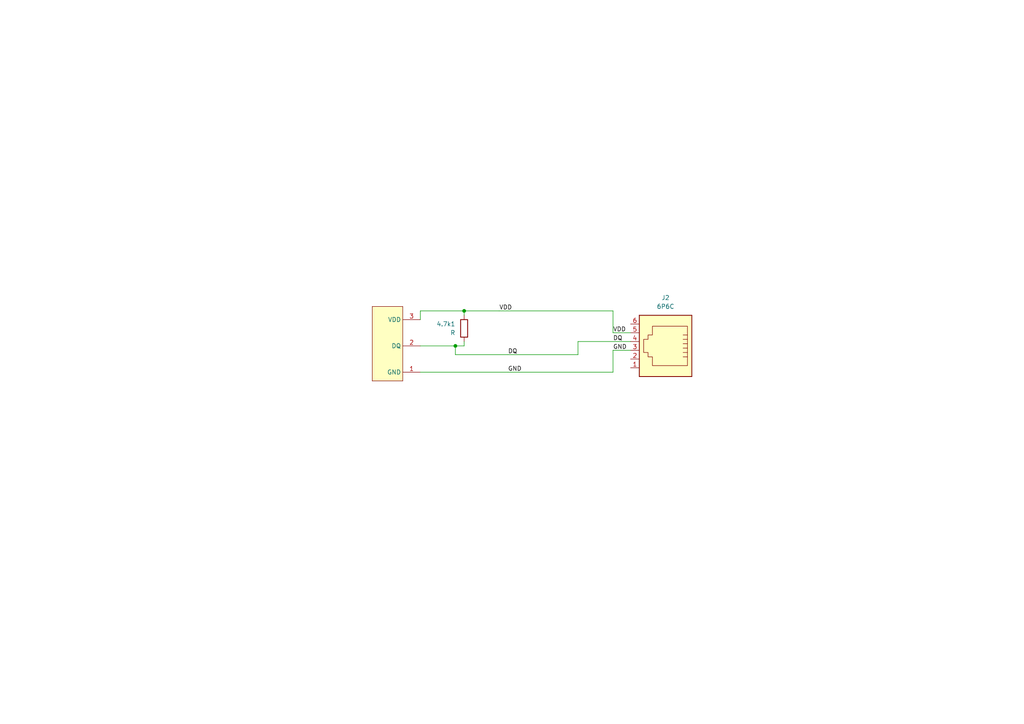
<source format=kicad_sch>
(kicad_sch (version 20230121) (generator eeschema)
  (paper "A4")
  (lib_symbols
    (symbol "Connector:6P6C" (pin_names (offset 1.016))
      (property "Reference" "J" (at -5.08 11.43 0))
      (property "Value" "6P6C" (at 2.54 11.43 0))
      (symbol "6P6C_0_1"
        (polyline (pts (xy -6.35 -1.905) (xy -5.08 -1.905) (xy -5.08 -1.905)))
        (polyline (pts (xy -6.35 -0.635) (xy -5.08 -0.635) (xy -5.08 -0.635)))
        (polyline (pts (xy -6.35 0.635) (xy -5.08 0.635) (xy -5.08 0.635)))
        (polyline (pts (xy -6.35 1.905) (xy -5.08 1.905) (xy -5.08 1.905)))
        (polyline (pts (xy -6.35 3.175) (xy -5.08 3.175) (xy -5.08 3.175)))
        (polyline (pts (xy -5.08 4.445) (xy -6.35 4.445) (xy -6.35 4.445)))
        (polyline (pts (xy -6.35 -4.445) (xy -6.35 6.985) (xy 3.81 6.985) (xy 3.81 4.445) (xy 5.08 4.445) (xy 5.08 3.175) (xy 6.35 3.175) (xy 6.35 -0.635) (xy 5.08 -0.635) (xy 5.08 -1.905) (xy 3.81 -1.905) (xy 3.81 -4.445) (xy -6.35 -4.445) (xy -6.35 -4.445)))
        (rectangle (start 7.62 10.16) (end -7.62 -7.62) (stroke (width 0.254)) (fill (type background)))
      )
      (symbol "6P6C_1_1"
        (pin passive line (at 10.16 -5.08 180) (length 2.54) (name "~") (number "1"))
        (pin passive line (at 10.16 -2.54 180) (length 2.54) (name "~") (number "2"))
        (pin passive line (at 10.16 0 180) (length 2.54) (name "~") (number "3"))
        (pin passive line (at 10.16 2.54 180) (length 2.54) (name "~") (number "4"))
        (pin passive line (at 10.16 5.08 180) (length 2.54) (name "~") (number "5"))
        (pin passive line (at 10.16 7.62 180) (length 2.54) (name "~") (number "6"))
      )
    )
    (symbol "Device:R" (pin_numbers hide) (pin_names (offset 0))
      (property "Reference" "R" (at 2.032 0 90))
      (property "Value" "R" (at 0 0 90))
      (symbol "R_0_1"
        (rectangle (start -1.016 -2.54) (end 1.016 2.54) (stroke (width 0.254)))
      )
      (symbol "R_1_1"
        (pin passive line (at 0 3.81 270) (length 1.27) (name "~") (number "1"))
        (pin passive line (at 0 -3.81 90) (length 1.27) (name "~") (number "2"))
      )
    )
    (symbol "Temperature Senor Board V2 (2)-eagle-import:DS18B"
      (symbol "DS18B_1_0"
        (pin bidirectional line (at 25.4 -5.08 180) (length 5.08) (name "GND") (number "1"))
        (pin bidirectional line (at 25.4 -12.7 180) (length 5.08) (name "DQ") (number "2"))
        (pin bidirectional line (at 25.4 -20.32 180) (length 5.08) (name "VDD") (number "3"))
      )
      (symbol "DS18B_1_1"
        (rectangle (start 11.43 -2.54) (end 20.32 -24.13) (fill (type background)))
      )
    )
  )
  (junction (at 134.62 90.17))
  (junction (at 132.08 100.33))
  (wire (pts (xy 132.08 100.33) (xy 132.08 102.87)) (stroke (width 0.1524)))
  (wire (pts (xy 167.64 99.06) (xy 182.88 99.06)))
  (wire (pts (xy 177.8 101.6) (xy 182.88 101.6)))
  (wire (pts (xy 177.8 107.95) (xy 177.8 101.6)))
  (wire (pts (xy 132.08 100.33) (xy 134.62 100.33)) (stroke (width 0.1524)))
  (wire (pts (xy 121.92 92.71) (xy 121.92 90.17)) (stroke (width 0.1524)))
  (wire (pts (xy 121.92 100.33) (xy 132.08 100.33)) (stroke (width 0.1524)))
  (wire (pts (xy 132.08 102.87) (xy 147.32 102.87)) (stroke (width 0.1524)))
  (wire (pts (xy 147.32 107.95) (xy 177.8 107.95)))
  (wire (pts (xy 134.62 100.33) (xy 134.62 99.06)))
  (wire (pts (xy 134.62 90.17) (xy 144.78 90.17)) (stroke (width 0.1524)))
  (wire (pts (xy 121.92 90.17) (xy 134.62 90.17)) (stroke (width 0.1524)))
  (wire (pts (xy 147.32 102.87) (xy 167.64 102.87)))
  (wire (pts (xy 144.78 90.17) (xy 177.8 90.17)))
  (wire (pts (xy 167.64 102.87) (xy 167.64 99.06)))
  (wire (pts (xy 134.62 91.44) (xy 134.62 90.17)))
  (wire (pts (xy 121.92 107.95) (xy 147.32 107.95)) (stroke (width 0.1524)))
  (wire (pts (xy 177.8 90.17) (xy 177.8 96.52)))
  (wire (pts (xy 177.8 96.52) (xy 182.88 96.52)))
  (label "VDD" (at 177.8 96.52 0) (effects (font (size 1.2446 1.2446))))
  (label "GND" (at 147.32 107.95 0) (effects (font (size 1.2446 1.2446))))
  (label "DQ" (at 147.32 102.87 0) (effects (font (size 1.2446 1.2446))))
  (label "DQ" (at 177.8 99.06 0) (effects (font (size 1.2446 1.2446))))
  (label "GND" (at 177.8 101.6 0) (effects (font (size 1.2446 1.2446))))
  (label "VDD" (at 144.78 90.17 0) (effects (font (size 1.2446 1.2446))))
  (symbol (lib_id "Connector:6P6C") (at 193.04 101.6 0) (mirror y) (unit 1)
    (property "Reference" "J2" (at 193.04 86.36 0))
    (property "Value" "6P6C" (at 193.04 88.9 0))
    (property "Footprint" "AutoLoadbankFootprint:1734723-1_RJ11" (effects hide))
  )
  (symbol (lib_id "Device:R") (at 134.62 95.25 0) (mirror x) (unit 1)
    (property "Reference" "4.7k1" (at 132.08 93.98 0) (effects (justify right)))
    (property "Value" "R" (at 132.08 96.52 0) (effects (justify right)))
    (property "Footprint" "AutoLoadbankFootprint:R0805" (effects hide))
  )
  (symbol (lib_id "Temperature Senor Board V2 (2)-eagle-import:DS18B") (at 96.52 113.03 0) (mirror x) (unit 1)
    (property "Reference" "U$1" (effects hide))
    (property "Value" "DS18B" (effects hide))
    (property "Footprint" "AutoLoadbankFootprint:TO92-3" (effects hide))
  )
)
</source>
